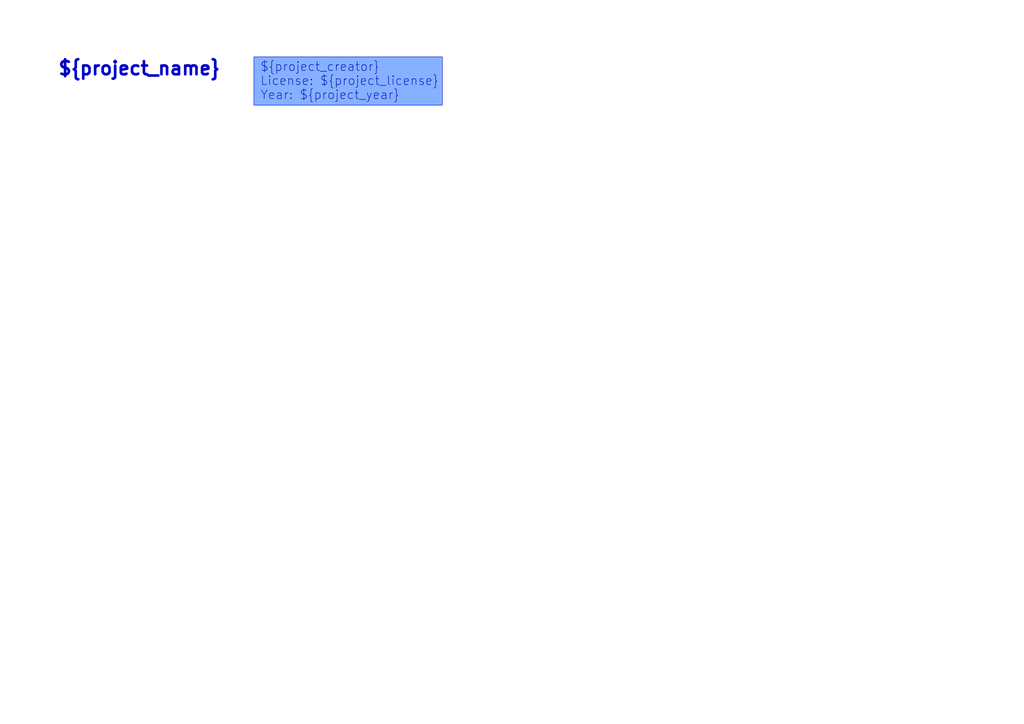
<source format=kicad_sch>
(kicad_sch
	(version 20250114)
	(generator "eeschema")
	(generator_version "9.0")
	(uuid "e126e6f4-6969-4eba-ac71-5f2def4835ae")
	(paper "A4")
	(title_block
		(title "${project_name} ${project_version}")
		(date "2025-04-15")
		(rev "${project_version}")
		(company "${project_creator}")
		(comment 1 "${project_license}")
	)
	(lib_symbols)
	(rectangle
		(start 73.66 16.51)
		(end 128.27 30.48)
		(stroke
			(width 0)
			(type solid)
		)
		(fill
			(type color)
			(color 133 177 255 1)
		)
		(uuid 5b09e8de-6ef3-4ee3-9aa5-1158ca48a44e)
	)
	(text "${project_creator}\nLicense: ${project_license}\nYear: ${project_year}"
		(exclude_from_sim no)
		(at 75.438 18.034 0)
		(effects
			(font
				(size 2.54 2.54)
			)
			(justify left top)
		)
		(uuid "bf0d68b7-3464-4ec2-a1fa-fd513b1ba334")
	)
	(text "${project_name}"
		(exclude_from_sim no)
		(at 40.386 20.066 0)
		(effects
			(font
				(size 3.81 3.81)
				(thickness 0.762)
				(bold yes)
			)
		)
		(uuid "c16ff956-00ea-4b23-975f-1fc993ec879b")
	)
	(sheet_instances
		(path "/"
			(page "1")
		)
	)
	(embedded_fonts no)
)

</source>
